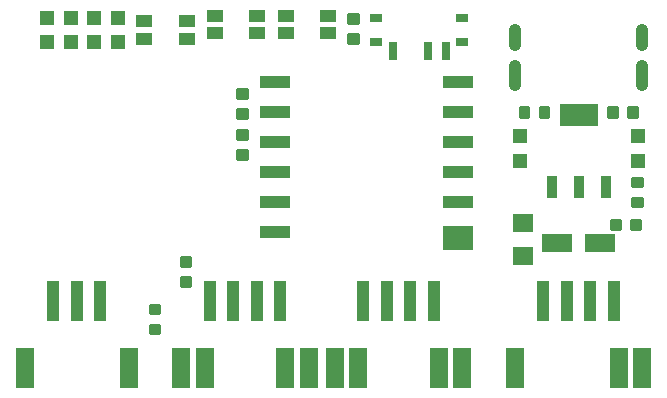
<source format=gbr>
G04 EAGLE Gerber RS-274X export*
G75*
%MOMM*%
%FSLAX34Y34*%
%LPD*%
%INSolderpaste Bottom*%
%IPPOS*%
%AMOC8*
5,1,8,0,0,1.08239X$1,22.5*%
G01*
%ADD10R,1.400000X1.050000*%
%ADD11C,0.350000*%
%ADD12R,0.889100X1.965100*%
%ADD13R,3.189100X1.965100*%
%ADD14R,1.800000X1.600000*%
%ADD15R,1.200000X1.200000*%
%ADD16C,1.000000*%
%ADD17R,2.500000X1.000000*%
%ADD18R,2.500000X2.000000*%
%ADD19R,0.700000X1.500000*%
%ADD20R,1.000000X0.800000*%
%ADD21R,1.500000X3.400000*%
%ADD22R,1.000000X3.500000*%
%ADD23R,2.600000X1.600000*%


D10*
X170500Y314750D03*
X170500Y300250D03*
X134500Y300250D03*
X134500Y314750D03*
X230500Y319750D03*
X230500Y305250D03*
X194500Y305250D03*
X194500Y319750D03*
D11*
X308250Y296750D02*
X315750Y296750D01*
X308250Y296750D02*
X308250Y303250D01*
X315750Y303250D01*
X315750Y296750D01*
X315750Y300075D02*
X308250Y300075D01*
X308250Y313750D02*
X315750Y313750D01*
X308250Y313750D02*
X308250Y320250D01*
X315750Y320250D01*
X315750Y313750D01*
X315750Y317075D02*
X308250Y317075D01*
X221250Y233250D02*
X213750Y233250D01*
X213750Y239750D01*
X221250Y239750D01*
X221250Y233250D01*
X221250Y236575D02*
X213750Y236575D01*
X213750Y250250D02*
X221250Y250250D01*
X213750Y250250D02*
X213750Y256750D01*
X221250Y256750D01*
X221250Y250250D01*
X221250Y253575D02*
X213750Y253575D01*
D12*
X525500Y174774D03*
X502500Y174774D03*
X479500Y174774D03*
D13*
X502500Y235226D03*
D11*
X548750Y158250D02*
X556250Y158250D01*
X548750Y158250D02*
X548750Y164750D01*
X556250Y164750D01*
X556250Y158250D01*
X556250Y161575D02*
X548750Y161575D01*
X548750Y175250D02*
X556250Y175250D01*
X548750Y175250D02*
X548750Y181750D01*
X556250Y181750D01*
X556250Y175250D01*
X556250Y178575D02*
X548750Y178575D01*
D14*
X455000Y144000D03*
X455000Y116000D03*
D11*
X173750Y114250D02*
X166250Y114250D01*
X173750Y114250D02*
X173750Y107750D01*
X166250Y107750D01*
X166250Y114250D01*
X166250Y111075D02*
X173750Y111075D01*
X173750Y97250D02*
X166250Y97250D01*
X173750Y97250D02*
X173750Y90750D01*
X166250Y90750D01*
X166250Y97250D01*
X166250Y94075D02*
X173750Y94075D01*
D15*
X452500Y218000D03*
X452500Y197000D03*
D11*
X453250Y233750D02*
X459750Y233750D01*
X453250Y233750D02*
X453250Y241250D01*
X459750Y241250D01*
X459750Y233750D01*
X459750Y237075D02*
X453250Y237075D01*
X453250Y240400D02*
X459750Y240400D01*
X470250Y233750D02*
X476750Y233750D01*
X470250Y233750D02*
X470250Y241250D01*
X476750Y241250D01*
X476750Y233750D01*
X476750Y237075D02*
X470250Y237075D01*
X470250Y240400D02*
X476750Y240400D01*
D15*
X52500Y318000D03*
X52500Y297000D03*
X72500Y318000D03*
X72500Y297000D03*
X92500Y318000D03*
X92500Y297000D03*
X112500Y318000D03*
X112500Y297000D03*
D16*
X556500Y294800D02*
X556500Y307800D01*
X448500Y307800D02*
X448500Y294800D01*
X556500Y276750D02*
X556500Y261250D01*
X448500Y261250D02*
X448500Y276750D01*
D15*
X552500Y218000D03*
X552500Y197000D03*
D11*
X140000Y74250D02*
X140000Y67750D01*
X140000Y74250D02*
X147500Y74250D01*
X147500Y67750D01*
X140000Y67750D01*
X140000Y71075D02*
X147500Y71075D01*
X140000Y57250D02*
X140000Y50750D01*
X140000Y57250D02*
X147500Y57250D01*
X147500Y50750D01*
X140000Y50750D01*
X140000Y54075D02*
X147500Y54075D01*
D17*
X245000Y136500D03*
X245000Y161900D03*
X245000Y187300D03*
X245000Y212700D03*
X245000Y238100D03*
X245000Y263500D03*
X400000Y263500D03*
X400000Y238100D03*
X400000Y212700D03*
X400000Y187300D03*
X400000Y161900D03*
D18*
X400000Y131500D03*
D19*
X390000Y290000D03*
X375000Y290000D03*
X345000Y290000D03*
D20*
X404000Y318000D03*
X331000Y318000D03*
X404000Y297000D03*
X331000Y297000D03*
D11*
X221250Y198250D02*
X213750Y198250D01*
X213750Y204750D01*
X221250Y204750D01*
X221250Y198250D01*
X221250Y201575D02*
X213750Y201575D01*
X213750Y215250D02*
X221250Y215250D01*
X213750Y215250D02*
X213750Y221750D01*
X221250Y221750D01*
X221250Y215250D01*
X221250Y218575D02*
X213750Y218575D01*
D10*
X290500Y319750D03*
X290500Y305250D03*
X254500Y305250D03*
X254500Y319750D03*
D21*
X33500Y21000D03*
X121500Y21000D03*
D22*
X57500Y78500D03*
X77500Y78500D03*
X97500Y78500D03*
D11*
X528250Y233750D02*
X534750Y233750D01*
X528250Y233750D02*
X528250Y241250D01*
X534750Y241250D01*
X534750Y233750D01*
X534750Y237075D02*
X528250Y237075D01*
X528250Y240400D02*
X534750Y240400D01*
X545250Y233750D02*
X551750Y233750D01*
X545250Y233750D02*
X545250Y241250D01*
X551750Y241250D01*
X551750Y233750D01*
X551750Y237075D02*
X545250Y237075D01*
X545250Y240400D02*
X551750Y240400D01*
D21*
X186000Y21000D03*
X254000Y21000D03*
D22*
X190000Y78500D03*
X210000Y78500D03*
X230000Y78500D03*
X250000Y78500D03*
D21*
X166000Y21000D03*
X274000Y21000D03*
X316000Y21000D03*
X384000Y21000D03*
D22*
X320000Y78500D03*
X340000Y78500D03*
X360000Y78500D03*
X380000Y78500D03*
D21*
X296000Y21000D03*
X404000Y21000D03*
D11*
X530750Y138750D02*
X537250Y138750D01*
X530750Y138750D02*
X530750Y146250D01*
X537250Y146250D01*
X537250Y138750D01*
X537250Y142075D02*
X530750Y142075D01*
X530750Y145400D02*
X537250Y145400D01*
X547750Y138750D02*
X554250Y138750D01*
X547750Y138750D02*
X547750Y146250D01*
X554250Y146250D01*
X554250Y138750D01*
X554250Y142075D02*
X547750Y142075D01*
X547750Y145400D02*
X554250Y145400D01*
D23*
X520500Y127500D03*
X484500Y127500D03*
D21*
X448500Y21000D03*
X556500Y21000D03*
D22*
X532500Y78500D03*
X512500Y78500D03*
X492500Y78500D03*
X472500Y78500D03*
D21*
X536500Y21000D03*
M02*

</source>
